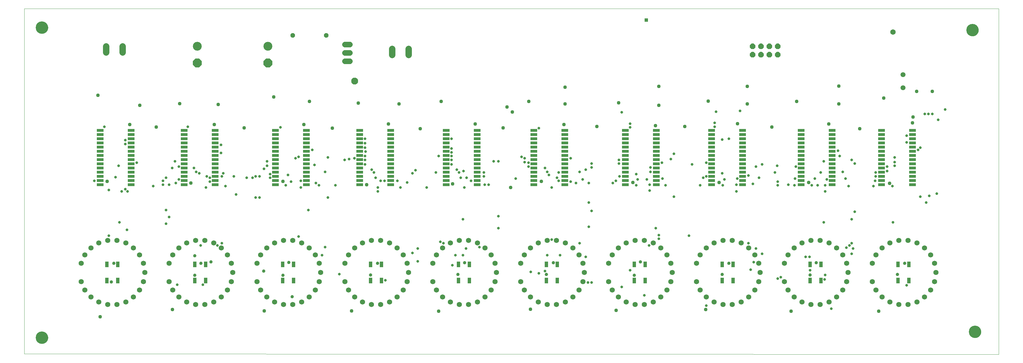
<source format=gts>
G75*
%MOIN*%
%OFA0B0*%
%FSLAX25Y25*%
%IPPOS*%
%LPD*%
%AMOC8*
5,1,8,0,0,1.08239X$1,22.5*
%
%ADD10C,0.00000*%
%ADD11R,0.08474X0.03600*%
%ADD12C,0.06200*%
%ADD13OC8,0.05400*%
%ADD14C,0.10600*%
%ADD15OC8,0.10600*%
%ADD16C,0.06600*%
%ADD17C,0.07650*%
%ADD18R,0.04143X0.06506*%
%ADD19C,0.14773*%
%ADD20OC8,0.06600*%
%ADD21C,0.04362*%
%ADD22C,0.03300*%
%ADD23C,0.08277*%
%ADD24C,0.03969*%
%ADD25C,0.05915*%
%ADD26C,0.06506*%
%ADD27R,0.04362X0.04362*%
D10*
X0001500Y0002000D02*
X0001500Y0415201D01*
X1165421Y0415201D01*
X1165421Y0001500D01*
X0001500Y0002000D01*
X0015413Y0021500D02*
X0015415Y0021674D01*
X0015422Y0021848D01*
X0015432Y0022021D01*
X0015447Y0022195D01*
X0015466Y0022368D01*
X0015490Y0022540D01*
X0015517Y0022712D01*
X0015549Y0022883D01*
X0015585Y0023053D01*
X0015625Y0023222D01*
X0015670Y0023390D01*
X0015718Y0023557D01*
X0015771Y0023723D01*
X0015827Y0023888D01*
X0015888Y0024051D01*
X0015952Y0024212D01*
X0016021Y0024372D01*
X0016093Y0024530D01*
X0016170Y0024686D01*
X0016250Y0024841D01*
X0016334Y0024993D01*
X0016421Y0025143D01*
X0016513Y0025292D01*
X0016607Y0025437D01*
X0016706Y0025581D01*
X0016808Y0025722D01*
X0016913Y0025860D01*
X0017022Y0025996D01*
X0017134Y0026129D01*
X0017249Y0026259D01*
X0017367Y0026387D01*
X0017489Y0026511D01*
X0017613Y0026633D01*
X0017741Y0026751D01*
X0017871Y0026866D01*
X0018004Y0026978D01*
X0018140Y0027087D01*
X0018278Y0027192D01*
X0018419Y0027294D01*
X0018563Y0027393D01*
X0018708Y0027487D01*
X0018857Y0027579D01*
X0019007Y0027666D01*
X0019159Y0027750D01*
X0019314Y0027830D01*
X0019470Y0027907D01*
X0019628Y0027979D01*
X0019788Y0028048D01*
X0019949Y0028112D01*
X0020112Y0028173D01*
X0020277Y0028229D01*
X0020443Y0028282D01*
X0020610Y0028330D01*
X0020778Y0028375D01*
X0020947Y0028415D01*
X0021117Y0028451D01*
X0021288Y0028483D01*
X0021460Y0028510D01*
X0021632Y0028534D01*
X0021805Y0028553D01*
X0021979Y0028568D01*
X0022152Y0028578D01*
X0022326Y0028585D01*
X0022500Y0028587D01*
X0022674Y0028585D01*
X0022848Y0028578D01*
X0023021Y0028568D01*
X0023195Y0028553D01*
X0023368Y0028534D01*
X0023540Y0028510D01*
X0023712Y0028483D01*
X0023883Y0028451D01*
X0024053Y0028415D01*
X0024222Y0028375D01*
X0024390Y0028330D01*
X0024557Y0028282D01*
X0024723Y0028229D01*
X0024888Y0028173D01*
X0025051Y0028112D01*
X0025212Y0028048D01*
X0025372Y0027979D01*
X0025530Y0027907D01*
X0025686Y0027830D01*
X0025841Y0027750D01*
X0025993Y0027666D01*
X0026143Y0027579D01*
X0026292Y0027487D01*
X0026437Y0027393D01*
X0026581Y0027294D01*
X0026722Y0027192D01*
X0026860Y0027087D01*
X0026996Y0026978D01*
X0027129Y0026866D01*
X0027259Y0026751D01*
X0027387Y0026633D01*
X0027511Y0026511D01*
X0027633Y0026387D01*
X0027751Y0026259D01*
X0027866Y0026129D01*
X0027978Y0025996D01*
X0028087Y0025860D01*
X0028192Y0025722D01*
X0028294Y0025581D01*
X0028393Y0025437D01*
X0028487Y0025292D01*
X0028579Y0025143D01*
X0028666Y0024993D01*
X0028750Y0024841D01*
X0028830Y0024686D01*
X0028907Y0024530D01*
X0028979Y0024372D01*
X0029048Y0024212D01*
X0029112Y0024051D01*
X0029173Y0023888D01*
X0029229Y0023723D01*
X0029282Y0023557D01*
X0029330Y0023390D01*
X0029375Y0023222D01*
X0029415Y0023053D01*
X0029451Y0022883D01*
X0029483Y0022712D01*
X0029510Y0022540D01*
X0029534Y0022368D01*
X0029553Y0022195D01*
X0029568Y0022021D01*
X0029578Y0021848D01*
X0029585Y0021674D01*
X0029587Y0021500D01*
X0029585Y0021326D01*
X0029578Y0021152D01*
X0029568Y0020979D01*
X0029553Y0020805D01*
X0029534Y0020632D01*
X0029510Y0020460D01*
X0029483Y0020288D01*
X0029451Y0020117D01*
X0029415Y0019947D01*
X0029375Y0019778D01*
X0029330Y0019610D01*
X0029282Y0019443D01*
X0029229Y0019277D01*
X0029173Y0019112D01*
X0029112Y0018949D01*
X0029048Y0018788D01*
X0028979Y0018628D01*
X0028907Y0018470D01*
X0028830Y0018314D01*
X0028750Y0018159D01*
X0028666Y0018007D01*
X0028579Y0017857D01*
X0028487Y0017708D01*
X0028393Y0017563D01*
X0028294Y0017419D01*
X0028192Y0017278D01*
X0028087Y0017140D01*
X0027978Y0017004D01*
X0027866Y0016871D01*
X0027751Y0016741D01*
X0027633Y0016613D01*
X0027511Y0016489D01*
X0027387Y0016367D01*
X0027259Y0016249D01*
X0027129Y0016134D01*
X0026996Y0016022D01*
X0026860Y0015913D01*
X0026722Y0015808D01*
X0026581Y0015706D01*
X0026437Y0015607D01*
X0026292Y0015513D01*
X0026143Y0015421D01*
X0025993Y0015334D01*
X0025841Y0015250D01*
X0025686Y0015170D01*
X0025530Y0015093D01*
X0025372Y0015021D01*
X0025212Y0014952D01*
X0025051Y0014888D01*
X0024888Y0014827D01*
X0024723Y0014771D01*
X0024557Y0014718D01*
X0024390Y0014670D01*
X0024222Y0014625D01*
X0024053Y0014585D01*
X0023883Y0014549D01*
X0023712Y0014517D01*
X0023540Y0014490D01*
X0023368Y0014466D01*
X0023195Y0014447D01*
X0023021Y0014432D01*
X0022848Y0014422D01*
X0022674Y0014415D01*
X0022500Y0014413D01*
X0022326Y0014415D01*
X0022152Y0014422D01*
X0021979Y0014432D01*
X0021805Y0014447D01*
X0021632Y0014466D01*
X0021460Y0014490D01*
X0021288Y0014517D01*
X0021117Y0014549D01*
X0020947Y0014585D01*
X0020778Y0014625D01*
X0020610Y0014670D01*
X0020443Y0014718D01*
X0020277Y0014771D01*
X0020112Y0014827D01*
X0019949Y0014888D01*
X0019788Y0014952D01*
X0019628Y0015021D01*
X0019470Y0015093D01*
X0019314Y0015170D01*
X0019159Y0015250D01*
X0019007Y0015334D01*
X0018857Y0015421D01*
X0018708Y0015513D01*
X0018563Y0015607D01*
X0018419Y0015706D01*
X0018278Y0015808D01*
X0018140Y0015913D01*
X0018004Y0016022D01*
X0017871Y0016134D01*
X0017741Y0016249D01*
X0017613Y0016367D01*
X0017489Y0016489D01*
X0017367Y0016613D01*
X0017249Y0016741D01*
X0017134Y0016871D01*
X0017022Y0017004D01*
X0016913Y0017140D01*
X0016808Y0017278D01*
X0016706Y0017419D01*
X0016607Y0017563D01*
X0016513Y0017708D01*
X0016421Y0017857D01*
X0016334Y0018007D01*
X0016250Y0018159D01*
X0016170Y0018314D01*
X0016093Y0018470D01*
X0016021Y0018628D01*
X0015952Y0018788D01*
X0015888Y0018949D01*
X0015827Y0019112D01*
X0015771Y0019277D01*
X0015718Y0019443D01*
X0015670Y0019610D01*
X0015625Y0019778D01*
X0015585Y0019947D01*
X0015549Y0020117D01*
X0015517Y0020288D01*
X0015490Y0020460D01*
X0015466Y0020632D01*
X0015447Y0020805D01*
X0015432Y0020979D01*
X0015422Y0021152D01*
X0015415Y0021326D01*
X0015413Y0021500D01*
X0015413Y0392500D02*
X0015415Y0392674D01*
X0015422Y0392848D01*
X0015432Y0393021D01*
X0015447Y0393195D01*
X0015466Y0393368D01*
X0015490Y0393540D01*
X0015517Y0393712D01*
X0015549Y0393883D01*
X0015585Y0394053D01*
X0015625Y0394222D01*
X0015670Y0394390D01*
X0015718Y0394557D01*
X0015771Y0394723D01*
X0015827Y0394888D01*
X0015888Y0395051D01*
X0015952Y0395212D01*
X0016021Y0395372D01*
X0016093Y0395530D01*
X0016170Y0395686D01*
X0016250Y0395841D01*
X0016334Y0395993D01*
X0016421Y0396143D01*
X0016513Y0396292D01*
X0016607Y0396437D01*
X0016706Y0396581D01*
X0016808Y0396722D01*
X0016913Y0396860D01*
X0017022Y0396996D01*
X0017134Y0397129D01*
X0017249Y0397259D01*
X0017367Y0397387D01*
X0017489Y0397511D01*
X0017613Y0397633D01*
X0017741Y0397751D01*
X0017871Y0397866D01*
X0018004Y0397978D01*
X0018140Y0398087D01*
X0018278Y0398192D01*
X0018419Y0398294D01*
X0018563Y0398393D01*
X0018708Y0398487D01*
X0018857Y0398579D01*
X0019007Y0398666D01*
X0019159Y0398750D01*
X0019314Y0398830D01*
X0019470Y0398907D01*
X0019628Y0398979D01*
X0019788Y0399048D01*
X0019949Y0399112D01*
X0020112Y0399173D01*
X0020277Y0399229D01*
X0020443Y0399282D01*
X0020610Y0399330D01*
X0020778Y0399375D01*
X0020947Y0399415D01*
X0021117Y0399451D01*
X0021288Y0399483D01*
X0021460Y0399510D01*
X0021632Y0399534D01*
X0021805Y0399553D01*
X0021979Y0399568D01*
X0022152Y0399578D01*
X0022326Y0399585D01*
X0022500Y0399587D01*
X0022674Y0399585D01*
X0022848Y0399578D01*
X0023021Y0399568D01*
X0023195Y0399553D01*
X0023368Y0399534D01*
X0023540Y0399510D01*
X0023712Y0399483D01*
X0023883Y0399451D01*
X0024053Y0399415D01*
X0024222Y0399375D01*
X0024390Y0399330D01*
X0024557Y0399282D01*
X0024723Y0399229D01*
X0024888Y0399173D01*
X0025051Y0399112D01*
X0025212Y0399048D01*
X0025372Y0398979D01*
X0025530Y0398907D01*
X0025686Y0398830D01*
X0025841Y0398750D01*
X0025993Y0398666D01*
X0026143Y0398579D01*
X0026292Y0398487D01*
X0026437Y0398393D01*
X0026581Y0398294D01*
X0026722Y0398192D01*
X0026860Y0398087D01*
X0026996Y0397978D01*
X0027129Y0397866D01*
X0027259Y0397751D01*
X0027387Y0397633D01*
X0027511Y0397511D01*
X0027633Y0397387D01*
X0027751Y0397259D01*
X0027866Y0397129D01*
X0027978Y0396996D01*
X0028087Y0396860D01*
X0028192Y0396722D01*
X0028294Y0396581D01*
X0028393Y0396437D01*
X0028487Y0396292D01*
X0028579Y0396143D01*
X0028666Y0395993D01*
X0028750Y0395841D01*
X0028830Y0395686D01*
X0028907Y0395530D01*
X0028979Y0395372D01*
X0029048Y0395212D01*
X0029112Y0395051D01*
X0029173Y0394888D01*
X0029229Y0394723D01*
X0029282Y0394557D01*
X0029330Y0394390D01*
X0029375Y0394222D01*
X0029415Y0394053D01*
X0029451Y0393883D01*
X0029483Y0393712D01*
X0029510Y0393540D01*
X0029534Y0393368D01*
X0029553Y0393195D01*
X0029568Y0393021D01*
X0029578Y0392848D01*
X0029585Y0392674D01*
X0029587Y0392500D01*
X0029585Y0392326D01*
X0029578Y0392152D01*
X0029568Y0391979D01*
X0029553Y0391805D01*
X0029534Y0391632D01*
X0029510Y0391460D01*
X0029483Y0391288D01*
X0029451Y0391117D01*
X0029415Y0390947D01*
X0029375Y0390778D01*
X0029330Y0390610D01*
X0029282Y0390443D01*
X0029229Y0390277D01*
X0029173Y0390112D01*
X0029112Y0389949D01*
X0029048Y0389788D01*
X0028979Y0389628D01*
X0028907Y0389470D01*
X0028830Y0389314D01*
X0028750Y0389159D01*
X0028666Y0389007D01*
X0028579Y0388857D01*
X0028487Y0388708D01*
X0028393Y0388563D01*
X0028294Y0388419D01*
X0028192Y0388278D01*
X0028087Y0388140D01*
X0027978Y0388004D01*
X0027866Y0387871D01*
X0027751Y0387741D01*
X0027633Y0387613D01*
X0027511Y0387489D01*
X0027387Y0387367D01*
X0027259Y0387249D01*
X0027129Y0387134D01*
X0026996Y0387022D01*
X0026860Y0386913D01*
X0026722Y0386808D01*
X0026581Y0386706D01*
X0026437Y0386607D01*
X0026292Y0386513D01*
X0026143Y0386421D01*
X0025993Y0386334D01*
X0025841Y0386250D01*
X0025686Y0386170D01*
X0025530Y0386093D01*
X0025372Y0386021D01*
X0025212Y0385952D01*
X0025051Y0385888D01*
X0024888Y0385827D01*
X0024723Y0385771D01*
X0024557Y0385718D01*
X0024390Y0385670D01*
X0024222Y0385625D01*
X0024053Y0385585D01*
X0023883Y0385549D01*
X0023712Y0385517D01*
X0023540Y0385490D01*
X0023368Y0385466D01*
X0023195Y0385447D01*
X0023021Y0385432D01*
X0022848Y0385422D01*
X0022674Y0385415D01*
X0022500Y0385413D01*
X0022326Y0385415D01*
X0022152Y0385422D01*
X0021979Y0385432D01*
X0021805Y0385447D01*
X0021632Y0385466D01*
X0021460Y0385490D01*
X0021288Y0385517D01*
X0021117Y0385549D01*
X0020947Y0385585D01*
X0020778Y0385625D01*
X0020610Y0385670D01*
X0020443Y0385718D01*
X0020277Y0385771D01*
X0020112Y0385827D01*
X0019949Y0385888D01*
X0019788Y0385952D01*
X0019628Y0386021D01*
X0019470Y0386093D01*
X0019314Y0386170D01*
X0019159Y0386250D01*
X0019007Y0386334D01*
X0018857Y0386421D01*
X0018708Y0386513D01*
X0018563Y0386607D01*
X0018419Y0386706D01*
X0018278Y0386808D01*
X0018140Y0386913D01*
X0018004Y0387022D01*
X0017871Y0387134D01*
X0017741Y0387249D01*
X0017613Y0387367D01*
X0017489Y0387489D01*
X0017367Y0387613D01*
X0017249Y0387741D01*
X0017134Y0387871D01*
X0017022Y0388004D01*
X0016913Y0388140D01*
X0016808Y0388278D01*
X0016706Y0388419D01*
X0016607Y0388563D01*
X0016513Y0388708D01*
X0016421Y0388857D01*
X0016334Y0389007D01*
X0016250Y0389159D01*
X0016170Y0389314D01*
X0016093Y0389470D01*
X0016021Y0389628D01*
X0015952Y0389788D01*
X0015888Y0389949D01*
X0015827Y0390112D01*
X0015771Y0390277D01*
X0015718Y0390443D01*
X0015670Y0390610D01*
X0015625Y0390778D01*
X0015585Y0390947D01*
X0015549Y0391117D01*
X0015517Y0391288D01*
X0015490Y0391460D01*
X0015466Y0391632D01*
X0015447Y0391805D01*
X0015432Y0391979D01*
X0015422Y0392152D01*
X0015415Y0392326D01*
X0015413Y0392500D01*
X1126913Y0389500D02*
X1126915Y0389674D01*
X1126922Y0389848D01*
X1126932Y0390021D01*
X1126947Y0390195D01*
X1126966Y0390368D01*
X1126990Y0390540D01*
X1127017Y0390712D01*
X1127049Y0390883D01*
X1127085Y0391053D01*
X1127125Y0391222D01*
X1127170Y0391390D01*
X1127218Y0391557D01*
X1127271Y0391723D01*
X1127327Y0391888D01*
X1127388Y0392051D01*
X1127452Y0392212D01*
X1127521Y0392372D01*
X1127593Y0392530D01*
X1127670Y0392686D01*
X1127750Y0392841D01*
X1127834Y0392993D01*
X1127921Y0393143D01*
X1128013Y0393292D01*
X1128107Y0393437D01*
X1128206Y0393581D01*
X1128308Y0393722D01*
X1128413Y0393860D01*
X1128522Y0393996D01*
X1128634Y0394129D01*
X1128749Y0394259D01*
X1128867Y0394387D01*
X1128989Y0394511D01*
X1129113Y0394633D01*
X1129241Y0394751D01*
X1129371Y0394866D01*
X1129504Y0394978D01*
X1129640Y0395087D01*
X1129778Y0395192D01*
X1129919Y0395294D01*
X1130063Y0395393D01*
X1130208Y0395487D01*
X1130357Y0395579D01*
X1130507Y0395666D01*
X1130659Y0395750D01*
X1130814Y0395830D01*
X1130970Y0395907D01*
X1131128Y0395979D01*
X1131288Y0396048D01*
X1131449Y0396112D01*
X1131612Y0396173D01*
X1131777Y0396229D01*
X1131943Y0396282D01*
X1132110Y0396330D01*
X1132278Y0396375D01*
X1132447Y0396415D01*
X1132617Y0396451D01*
X1132788Y0396483D01*
X1132960Y0396510D01*
X1133132Y0396534D01*
X1133305Y0396553D01*
X1133479Y0396568D01*
X1133652Y0396578D01*
X1133826Y0396585D01*
X1134000Y0396587D01*
X1134174Y0396585D01*
X1134348Y0396578D01*
X1134521Y0396568D01*
X1134695Y0396553D01*
X1134868Y0396534D01*
X1135040Y0396510D01*
X1135212Y0396483D01*
X1135383Y0396451D01*
X1135553Y0396415D01*
X1135722Y0396375D01*
X1135890Y0396330D01*
X1136057Y0396282D01*
X1136223Y0396229D01*
X1136388Y0396173D01*
X1136551Y0396112D01*
X1136712Y0396048D01*
X1136872Y0395979D01*
X1137030Y0395907D01*
X1137186Y0395830D01*
X1137341Y0395750D01*
X1137493Y0395666D01*
X1137643Y0395579D01*
X1137792Y0395487D01*
X1137937Y0395393D01*
X1138081Y0395294D01*
X1138222Y0395192D01*
X1138360Y0395087D01*
X1138496Y0394978D01*
X1138629Y0394866D01*
X1138759Y0394751D01*
X1138887Y0394633D01*
X1139011Y0394511D01*
X1139133Y0394387D01*
X1139251Y0394259D01*
X1139366Y0394129D01*
X1139478Y0393996D01*
X1139587Y0393860D01*
X1139692Y0393722D01*
X1139794Y0393581D01*
X1139893Y0393437D01*
X1139987Y0393292D01*
X1140079Y0393143D01*
X1140166Y0392993D01*
X1140250Y0392841D01*
X1140330Y0392686D01*
X1140407Y0392530D01*
X1140479Y0392372D01*
X1140548Y0392212D01*
X1140612Y0392051D01*
X1140673Y0391888D01*
X1140729Y0391723D01*
X1140782Y0391557D01*
X1140830Y0391390D01*
X1140875Y0391222D01*
X1140915Y0391053D01*
X1140951Y0390883D01*
X1140983Y0390712D01*
X1141010Y0390540D01*
X1141034Y0390368D01*
X1141053Y0390195D01*
X1141068Y0390021D01*
X1141078Y0389848D01*
X1141085Y0389674D01*
X1141087Y0389500D01*
X1141085Y0389326D01*
X1141078Y0389152D01*
X1141068Y0388979D01*
X1141053Y0388805D01*
X1141034Y0388632D01*
X1141010Y0388460D01*
X1140983Y0388288D01*
X1140951Y0388117D01*
X1140915Y0387947D01*
X1140875Y0387778D01*
X1140830Y0387610D01*
X1140782Y0387443D01*
X1140729Y0387277D01*
X1140673Y0387112D01*
X1140612Y0386949D01*
X1140548Y0386788D01*
X1140479Y0386628D01*
X1140407Y0386470D01*
X1140330Y0386314D01*
X1140250Y0386159D01*
X1140166Y0386007D01*
X1140079Y0385857D01*
X1139987Y0385708D01*
X1139893Y0385563D01*
X1139794Y0385419D01*
X1139692Y0385278D01*
X1139587Y0385140D01*
X1139478Y0385004D01*
X1139366Y0384871D01*
X1139251Y0384741D01*
X1139133Y0384613D01*
X1139011Y0384489D01*
X1138887Y0384367D01*
X1138759Y0384249D01*
X1138629Y0384134D01*
X1138496Y0384022D01*
X1138360Y0383913D01*
X1138222Y0383808D01*
X1138081Y0383706D01*
X1137937Y0383607D01*
X1137792Y0383513D01*
X1137643Y0383421D01*
X1137493Y0383334D01*
X1137341Y0383250D01*
X1137186Y0383170D01*
X1137030Y0383093D01*
X1136872Y0383021D01*
X1136712Y0382952D01*
X1136551Y0382888D01*
X1136388Y0382827D01*
X1136223Y0382771D01*
X1136057Y0382718D01*
X1135890Y0382670D01*
X1135722Y0382625D01*
X1135553Y0382585D01*
X1135383Y0382549D01*
X1135212Y0382517D01*
X1135040Y0382490D01*
X1134868Y0382466D01*
X1134695Y0382447D01*
X1134521Y0382432D01*
X1134348Y0382422D01*
X1134174Y0382415D01*
X1134000Y0382413D01*
X1133826Y0382415D01*
X1133652Y0382422D01*
X1133479Y0382432D01*
X1133305Y0382447D01*
X1133132Y0382466D01*
X1132960Y0382490D01*
X1132788Y0382517D01*
X1132617Y0382549D01*
X1132447Y0382585D01*
X1132278Y0382625D01*
X1132110Y0382670D01*
X1131943Y0382718D01*
X1131777Y0382771D01*
X1131612Y0382827D01*
X1131449Y0382888D01*
X1131288Y0382952D01*
X1131128Y0383021D01*
X1130970Y0383093D01*
X1130814Y0383170D01*
X1130659Y0383250D01*
X1130507Y0383334D01*
X1130357Y0383421D01*
X1130208Y0383513D01*
X1130063Y0383607D01*
X1129919Y0383706D01*
X1129778Y0383808D01*
X1129640Y0383913D01*
X1129504Y0384022D01*
X1129371Y0384134D01*
X1129241Y0384249D01*
X1129113Y0384367D01*
X1128989Y0384489D01*
X1128867Y0384613D01*
X1128749Y0384741D01*
X1128634Y0384871D01*
X1128522Y0385004D01*
X1128413Y0385140D01*
X1128308Y0385278D01*
X1128206Y0385419D01*
X1128107Y0385563D01*
X1128013Y0385708D01*
X1127921Y0385857D01*
X1127834Y0386007D01*
X1127750Y0386159D01*
X1127670Y0386314D01*
X1127593Y0386470D01*
X1127521Y0386628D01*
X1127452Y0386788D01*
X1127388Y0386949D01*
X1127327Y0387112D01*
X1127271Y0387277D01*
X1127218Y0387443D01*
X1127170Y0387610D01*
X1127125Y0387778D01*
X1127085Y0387947D01*
X1127049Y0388117D01*
X1127017Y0388288D01*
X1126990Y0388460D01*
X1126966Y0388632D01*
X1126947Y0388805D01*
X1126932Y0388979D01*
X1126922Y0389152D01*
X1126915Y0389326D01*
X1126913Y0389500D01*
X1129913Y0028500D02*
X1129915Y0028674D01*
X1129922Y0028848D01*
X1129932Y0029021D01*
X1129947Y0029195D01*
X1129966Y0029368D01*
X1129990Y0029540D01*
X1130017Y0029712D01*
X1130049Y0029883D01*
X1130085Y0030053D01*
X1130125Y0030222D01*
X1130170Y0030390D01*
X1130218Y0030557D01*
X1130271Y0030723D01*
X1130327Y0030888D01*
X1130388Y0031051D01*
X1130452Y0031212D01*
X1130521Y0031372D01*
X1130593Y0031530D01*
X1130670Y0031686D01*
X1130750Y0031841D01*
X1130834Y0031993D01*
X1130921Y0032143D01*
X1131013Y0032292D01*
X1131107Y0032437D01*
X1131206Y0032581D01*
X1131308Y0032722D01*
X1131413Y0032860D01*
X1131522Y0032996D01*
X1131634Y0033129D01*
X1131749Y0033259D01*
X1131867Y0033387D01*
X1131989Y0033511D01*
X1132113Y0033633D01*
X1132241Y0033751D01*
X1132371Y0033866D01*
X1132504Y0033978D01*
X1132640Y0034087D01*
X1132778Y0034192D01*
X1132919Y0034294D01*
X1133063Y0034393D01*
X1133208Y0034487D01*
X1133357Y0034579D01*
X1133507Y0034666D01*
X1133659Y0034750D01*
X1133814Y0034830D01*
X1133970Y0034907D01*
X1134128Y0034979D01*
X1134288Y0035048D01*
X1134449Y0035112D01*
X1134612Y0035173D01*
X1134777Y0035229D01*
X1134943Y0035282D01*
X1135110Y0035330D01*
X1135278Y0035375D01*
X1135447Y0035415D01*
X1135617Y0035451D01*
X1135788Y0035483D01*
X1135960Y0035510D01*
X1136132Y0035534D01*
X1136305Y0035553D01*
X1136479Y0035568D01*
X1136652Y0035578D01*
X1136826Y0035585D01*
X1137000Y0035587D01*
X1137174Y0035585D01*
X1137348Y0035578D01*
X1137521Y0035568D01*
X1137695Y0035553D01*
X1137868Y0035534D01*
X1138040Y0035510D01*
X1138212Y0035483D01*
X1138383Y0035451D01*
X1138553Y0035415D01*
X1138722Y0035375D01*
X1138890Y0035330D01*
X1139057Y0035282D01*
X1139223Y0035229D01*
X1139388Y0035173D01*
X1139551Y0035112D01*
X1139712Y0035048D01*
X1139872Y0034979D01*
X1140030Y0034907D01*
X1140186Y0034830D01*
X1140341Y0034750D01*
X1140493Y0034666D01*
X1140643Y0034579D01*
X1140792Y0034487D01*
X1140937Y0034393D01*
X1141081Y0034294D01*
X1141222Y0034192D01*
X1141360Y0034087D01*
X1141496Y0033978D01*
X1141629Y0033866D01*
X1141759Y0033751D01*
X1141887Y0033633D01*
X1142011Y0033511D01*
X1142133Y0033387D01*
X1142251Y0033259D01*
X1142366Y0033129D01*
X1142478Y0032996D01*
X1142587Y0032860D01*
X1142692Y0032722D01*
X1142794Y0032581D01*
X1142893Y0032437D01*
X1142987Y0032292D01*
X1143079Y0032143D01*
X1143166Y0031993D01*
X1143250Y0031841D01*
X1143330Y0031686D01*
X1143407Y0031530D01*
X1143479Y0031372D01*
X1143548Y0031212D01*
X1143612Y0031051D01*
X1143673Y0030888D01*
X1143729Y0030723D01*
X1143782Y0030557D01*
X1143830Y0030390D01*
X1143875Y0030222D01*
X1143915Y0030053D01*
X1143951Y0029883D01*
X1143983Y0029712D01*
X1144010Y0029540D01*
X1144034Y0029368D01*
X1144053Y0029195D01*
X1144068Y0029021D01*
X1144078Y0028848D01*
X1144085Y0028674D01*
X1144087Y0028500D01*
X1144085Y0028326D01*
X1144078Y0028152D01*
X1144068Y0027979D01*
X1144053Y0027805D01*
X1144034Y0027632D01*
X1144010Y0027460D01*
X1143983Y0027288D01*
X1143951Y0027117D01*
X1143915Y0026947D01*
X1143875Y0026778D01*
X1143830Y0026610D01*
X1143782Y0026443D01*
X1143729Y0026277D01*
X1143673Y0026112D01*
X1143612Y0025949D01*
X1143548Y0025788D01*
X1143479Y0025628D01*
X1143407Y0025470D01*
X1143330Y0025314D01*
X1143250Y0025159D01*
X1143166Y0025007D01*
X1143079Y0024857D01*
X1142987Y0024708D01*
X1142893Y0024563D01*
X1142794Y0024419D01*
X1142692Y0024278D01*
X1142587Y0024140D01*
X1142478Y0024004D01*
X1142366Y0023871D01*
X1142251Y0023741D01*
X1142133Y0023613D01*
X1142011Y0023489D01*
X1141887Y0023367D01*
X1141759Y0023249D01*
X1141629Y0023134D01*
X1141496Y0023022D01*
X1141360Y0022913D01*
X1141222Y0022808D01*
X1141081Y0022706D01*
X1140937Y0022607D01*
X1140792Y0022513D01*
X1140643Y0022421D01*
X1140493Y0022334D01*
X1140341Y0022250D01*
X1140186Y0022170D01*
X1140030Y0022093D01*
X1139872Y0022021D01*
X1139712Y0021952D01*
X1139551Y0021888D01*
X1139388Y0021827D01*
X1139223Y0021771D01*
X1139057Y0021718D01*
X1138890Y0021670D01*
X1138722Y0021625D01*
X1138553Y0021585D01*
X1138383Y0021549D01*
X1138212Y0021517D01*
X1138040Y0021490D01*
X1137868Y0021466D01*
X1137695Y0021447D01*
X1137521Y0021432D01*
X1137348Y0021422D01*
X1137174Y0021415D01*
X1137000Y0021413D01*
X1136826Y0021415D01*
X1136652Y0021422D01*
X1136479Y0021432D01*
X1136305Y0021447D01*
X1136132Y0021466D01*
X1135960Y0021490D01*
X1135788Y0021517D01*
X1135617Y0021549D01*
X1135447Y0021585D01*
X1135278Y0021625D01*
X1135110Y0021670D01*
X1134943Y0021718D01*
X1134777Y0021771D01*
X1134612Y0021827D01*
X1134449Y0021888D01*
X1134288Y0021952D01*
X1134128Y0022021D01*
X1133970Y0022093D01*
X1133814Y0022170D01*
X1133659Y0022250D01*
X1133507Y0022334D01*
X1133357Y0022421D01*
X1133208Y0022513D01*
X1133063Y0022607D01*
X1132919Y0022706D01*
X1132778Y0022808D01*
X1132640Y0022913D01*
X1132504Y0023022D01*
X1132371Y0023134D01*
X1132241Y0023249D01*
X1132113Y0023367D01*
X1131989Y0023489D01*
X1131867Y0023613D01*
X1131749Y0023741D01*
X1131634Y0023871D01*
X1131522Y0024004D01*
X1131413Y0024140D01*
X1131308Y0024278D01*
X1131206Y0024419D01*
X1131107Y0024563D01*
X1131013Y0024708D01*
X1130921Y0024857D01*
X1130834Y0025007D01*
X1130750Y0025159D01*
X1130670Y0025314D01*
X1130593Y0025470D01*
X1130521Y0025628D01*
X1130452Y0025788D01*
X1130388Y0025949D01*
X1130327Y0026112D01*
X1130271Y0026277D01*
X1130218Y0026443D01*
X1130170Y0026610D01*
X1130125Y0026778D01*
X1130085Y0026947D01*
X1130049Y0027117D01*
X1130017Y0027288D01*
X1129990Y0027460D01*
X1129966Y0027632D01*
X1129947Y0027805D01*
X1129932Y0027979D01*
X1129922Y0028152D01*
X1129915Y0028326D01*
X1129913Y0028500D01*
D11*
X1062504Y0204500D03*
X1062504Y0209500D03*
X1062504Y0214500D03*
X1062504Y0219500D03*
X1062504Y0224500D03*
X1062504Y0229500D03*
X1062504Y0234500D03*
X1062504Y0239500D03*
X1062504Y0244500D03*
X1062504Y0249500D03*
X1062504Y0254500D03*
X1062504Y0259500D03*
X1062504Y0264500D03*
X1062504Y0269500D03*
X1025496Y0269500D03*
X1025496Y0264500D03*
X1025496Y0259500D03*
X1025496Y0254500D03*
X1025496Y0249500D03*
X1025496Y0244500D03*
X1025496Y0239500D03*
X1025496Y0234500D03*
X1025496Y0229500D03*
X1025496Y0224500D03*
X1025496Y0219500D03*
X1025496Y0214500D03*
X1025496Y0209500D03*
X1025496Y0204500D03*
X0966504Y0204500D03*
X0966504Y0209500D03*
X0966504Y0214500D03*
X0966504Y0219500D03*
X0966504Y0224500D03*
X0966504Y0229500D03*
X0966504Y0234500D03*
X0966504Y0239500D03*
X0966504Y0244500D03*
X0966504Y0249500D03*
X0966504Y0254500D03*
X0966504Y0259500D03*
X0966504Y0264500D03*
X0966504Y0269500D03*
X0929496Y0269500D03*
X0929496Y0264500D03*
X0929496Y0259500D03*
X0929496Y0254500D03*
X0929496Y0249500D03*
X0929496Y0244500D03*
X0929496Y0239500D03*
X0929496Y0234500D03*
X0929496Y0229500D03*
X0929496Y0224500D03*
X0929496Y0219500D03*
X0929496Y0214500D03*
X0929496Y0209500D03*
X0929496Y0204500D03*
X0859504Y0204500D03*
X0859504Y0209500D03*
X0859504Y0214500D03*
X0859504Y0219500D03*
X0859504Y0224500D03*
X0859504Y0229500D03*
X0859504Y0234500D03*
X0859504Y0239500D03*
X0859504Y0244500D03*
X0859504Y0249500D03*
X0859504Y0254500D03*
X0859504Y0259500D03*
X0859504Y0264500D03*
X0859504Y0269500D03*
X0822496Y0269500D03*
X0822496Y0264500D03*
X0822496Y0259500D03*
X0822496Y0254500D03*
X0822496Y0249500D03*
X0822496Y0244500D03*
X0822496Y0239500D03*
X0822496Y0234500D03*
X0822496Y0229500D03*
X0822496Y0224500D03*
X0822496Y0219500D03*
X0822496Y0214500D03*
X0822496Y0209500D03*
X0822496Y0204500D03*
X0756504Y0204500D03*
X0756504Y0209500D03*
X0756504Y0214500D03*
X0756504Y0219500D03*
X0756504Y0224500D03*
X0756504Y0229500D03*
X0756504Y0234500D03*
X0756504Y0239500D03*
X0756504Y0244500D03*
X0756504Y0249500D03*
X0756504Y0254500D03*
X0756504Y0259500D03*
X0756504Y0264500D03*
X0756504Y0269500D03*
X0719496Y0269500D03*
X0719496Y0264500D03*
X0719496Y0259500D03*
X0719496Y0254500D03*
X0719496Y0249500D03*
X0719496Y0244500D03*
X0719496Y0239500D03*
X0719496Y0234500D03*
X0719496Y0229500D03*
X0719496Y0224500D03*
X0719496Y0219500D03*
X0719496Y0214500D03*
X0719496Y0209500D03*
X0719496Y0204500D03*
X0647004Y0204500D03*
X0647004Y0209500D03*
X0647004Y0214500D03*
X0647004Y0219500D03*
X0647004Y0224500D03*
X0647004Y0229500D03*
X0647004Y0234500D03*
X0647004Y0239500D03*
X0647004Y0244500D03*
X0647004Y0249500D03*
X0647004Y0254500D03*
X0647004Y0259500D03*
X0647004Y0264500D03*
X0647004Y0269500D03*
X0609996Y0269500D03*
X0609996Y0264500D03*
X0609996Y0259500D03*
X0609996Y0254500D03*
X0609996Y0249500D03*
X0609996Y0244500D03*
X0609996Y0239500D03*
X0609996Y0234500D03*
X0609996Y0229500D03*
X0609996Y0224500D03*
X0609996Y0219500D03*
X0609996Y0214500D03*
X0609996Y0209500D03*
X0609996Y0204500D03*
X0542504Y0204500D03*
X0542504Y0209500D03*
X0542504Y0214500D03*
X0542504Y0219500D03*
X0542504Y0224500D03*
X0542504Y0229500D03*
X0542504Y0234500D03*
X0542504Y0239500D03*
X0542504Y0244500D03*
X0542504Y0249500D03*
X0542504Y0254500D03*
X0542504Y0259500D03*
X0542504Y0264500D03*
X0542504Y0269500D03*
X0505496Y0269500D03*
X0505496Y0264500D03*
X0505496Y0259500D03*
X0505496Y0254500D03*
X0505496Y0249500D03*
X0505496Y0244500D03*
X0505496Y0239500D03*
X0505496Y0234500D03*
X0505496Y0229500D03*
X0505496Y0224500D03*
X0505496Y0219500D03*
X0505496Y0214500D03*
X0505496Y0209500D03*
X0505496Y0204500D03*
X0439004Y0204500D03*
X0439004Y0209500D03*
X0439004Y0214500D03*
X0439004Y0219500D03*
X0439004Y0224500D03*
X0439004Y0229500D03*
X0439004Y0234500D03*
X0439004Y0239500D03*
X0439004Y0244500D03*
X0439004Y0249500D03*
X0439004Y0254500D03*
X0439004Y0259500D03*
X0439004Y0264500D03*
X0439004Y0269500D03*
X0401996Y0269500D03*
X0401996Y0264500D03*
X0401996Y0259500D03*
X0401996Y0254500D03*
X0401996Y0249500D03*
X0401996Y0244500D03*
X0401996Y0239500D03*
X0401996Y0234500D03*
X0401996Y0229500D03*
X0401996Y0224500D03*
X0401996Y0219500D03*
X0401996Y0214500D03*
X0401996Y0209500D03*
X0401996Y0204500D03*
X0338504Y0204500D03*
X0338504Y0209500D03*
X0338504Y0214500D03*
X0338504Y0219500D03*
X0338504Y0224500D03*
X0338504Y0229500D03*
X0338504Y0234500D03*
X0338504Y0239500D03*
X0338504Y0244500D03*
X0338504Y0249500D03*
X0338504Y0254500D03*
X0338504Y0259500D03*
X0338504Y0264500D03*
X0338504Y0269500D03*
X0301496Y0269500D03*
X0301496Y0264500D03*
X0301496Y0259500D03*
X0301496Y0254500D03*
X0301496Y0249500D03*
X0301496Y0244500D03*
X0301496Y0239500D03*
X0301496Y0234500D03*
X0301496Y0229500D03*
X0301496Y0224500D03*
X0301496Y0219500D03*
X0301496Y0214500D03*
X0301496Y0209500D03*
X0301496Y0204500D03*
X0229504Y0204500D03*
X0229504Y0209500D03*
X0229504Y0214500D03*
X0229504Y0219500D03*
X0229504Y0224500D03*
X0229504Y0229500D03*
X0229504Y0234500D03*
X0229504Y0239500D03*
X0229504Y0244500D03*
X0229504Y0249500D03*
X0229504Y0254500D03*
X0229504Y0259500D03*
X0229504Y0264500D03*
X0229504Y0269500D03*
X0192496Y0269500D03*
X0192496Y0264500D03*
X0192496Y0259500D03*
X0192496Y0254500D03*
X0192496Y0249500D03*
X0192496Y0244500D03*
X0192496Y0239500D03*
X0192496Y0234500D03*
X0192496Y0229500D03*
X0192496Y0224500D03*
X0192496Y0219500D03*
X0192496Y0214500D03*
X0192496Y0209500D03*
X0192496Y0204500D03*
X0129004Y0204500D03*
X0129004Y0209500D03*
X0129004Y0214500D03*
X0129004Y0219500D03*
X0129004Y0224500D03*
X0129004Y0229500D03*
X0129004Y0234500D03*
X0129004Y0239500D03*
X0129004Y0244500D03*
X0129004Y0249500D03*
X0129004Y0254500D03*
X0129004Y0259500D03*
X0129004Y0264500D03*
X0129004Y0269500D03*
X0091996Y0269500D03*
X0091996Y0264500D03*
X0091996Y0259500D03*
X0091996Y0254500D03*
X0091996Y0249500D03*
X0091996Y0244500D03*
X0091996Y0239500D03*
X0091996Y0234500D03*
X0091996Y0229500D03*
X0091996Y0224500D03*
X0091996Y0219500D03*
X0091996Y0214500D03*
X0091996Y0209500D03*
X0091996Y0204500D03*
D12*
X0100981Y0137886D03*
X0112019Y0137886D03*
X0122610Y0134776D03*
X0131896Y0128808D03*
X0139124Y0120467D03*
X0143710Y0110426D03*
X0174290Y0110426D03*
X0178876Y0120467D03*
X0186104Y0128808D03*
X0195390Y0134776D03*
X0205981Y0137886D03*
X0217019Y0137886D03*
X0227610Y0134776D03*
X0236896Y0128808D03*
X0244124Y0120467D03*
X0248710Y0110426D03*
X0279290Y0110426D03*
X0283876Y0120467D03*
X0291104Y0128808D03*
X0300390Y0134776D03*
X0310981Y0137886D03*
X0322019Y0137886D03*
X0332610Y0134776D03*
X0341896Y0128808D03*
X0349124Y0120467D03*
X0353710Y0110426D03*
X0384290Y0110426D03*
X0388876Y0120467D03*
X0396104Y0128808D03*
X0405390Y0134776D03*
X0415981Y0137886D03*
X0427019Y0137886D03*
X0437610Y0134776D03*
X0446896Y0128808D03*
X0454124Y0120467D03*
X0458710Y0110426D03*
X0489290Y0110426D03*
X0493876Y0120467D03*
X0501104Y0128808D03*
X0510390Y0134776D03*
X0520981Y0137886D03*
X0532019Y0137886D03*
X0542610Y0134776D03*
X0551896Y0128808D03*
X0559124Y0120467D03*
X0563710Y0110426D03*
X0594290Y0110426D03*
X0598876Y0120467D03*
X0606104Y0128808D03*
X0615390Y0134776D03*
X0625981Y0137886D03*
X0637019Y0137886D03*
X0647610Y0134776D03*
X0656896Y0128808D03*
X0664124Y0120467D03*
X0668710Y0110426D03*
X0699290Y0110426D03*
X0703876Y0120467D03*
X0711104Y0128808D03*
X0720390Y0134776D03*
X0730981Y0137886D03*
X0742019Y0137886D03*
X0752610Y0134776D03*
X0761896Y0128808D03*
X0769124Y0120467D03*
X0773710Y0110426D03*
X0804290Y0110426D03*
X0808876Y0120467D03*
X0816104Y0128808D03*
X0825390Y0134776D03*
X0835981Y0137886D03*
X0847019Y0137886D03*
X0857610Y0134776D03*
X0866896Y0128808D03*
X0874124Y0120467D03*
X0878710Y0110426D03*
X0909290Y0110426D03*
X0913876Y0120467D03*
X0921104Y0128808D03*
X0930390Y0134776D03*
X0940981Y0137886D03*
X0952019Y0137886D03*
X0962610Y0134776D03*
X0971896Y0128808D03*
X0979124Y0120467D03*
X0983710Y0110426D03*
X1014290Y0110426D03*
X1018876Y0120467D03*
X1026104Y0128808D03*
X1035390Y0134776D03*
X1045981Y0137886D03*
X1057019Y0137886D03*
X1067610Y0134776D03*
X1076896Y0128808D03*
X1084124Y0120467D03*
X1088710Y0110426D03*
X1090281Y0099500D03*
X1088710Y0088574D03*
X1084124Y0078533D03*
X1076896Y0070192D03*
X1067610Y0064224D03*
X1057019Y0061114D03*
X1045981Y0061114D03*
X1035390Y0064224D03*
X1026104Y0070192D03*
X1018876Y0078533D03*
X1014290Y0088574D03*
X0983710Y0088574D03*
X0985281Y0099500D03*
X0979124Y0078533D03*
X0971896Y0070192D03*
X0962610Y0064224D03*
X0952019Y0061114D03*
X0940981Y0061114D03*
X0930390Y0064224D03*
X0921104Y0070192D03*
X0913876Y0078533D03*
X0909290Y0088574D03*
X0878710Y0088574D03*
X0880281Y0099500D03*
X0874124Y0078533D03*
X0866896Y0070192D03*
X0857610Y0064224D03*
X0847019Y0061114D03*
X0835981Y0061114D03*
X0825390Y0064224D03*
X0816104Y0070192D03*
X0808876Y0078533D03*
X0804290Y0088574D03*
X0773710Y0088574D03*
X0775281Y0099500D03*
X0769124Y0078533D03*
X0761896Y0070192D03*
X0752610Y0064224D03*
X0742019Y0061114D03*
X0730981Y0061114D03*
X0720390Y0064224D03*
X0711104Y0070192D03*
X0703876Y0078533D03*
X0699290Y0088574D03*
X0668710Y0088574D03*
X0670281Y0099500D03*
X0664124Y0078533D03*
X0656896Y0070192D03*
X0647610Y0064224D03*
X0637019Y0061114D03*
X0625981Y0061114D03*
X0615390Y0064224D03*
X0606104Y0070192D03*
X0598876Y0078533D03*
X0594290Y0088574D03*
X0563710Y0088574D03*
X0565281Y0099500D03*
X0559124Y0078533D03*
X0551896Y0070192D03*
X0542610Y0064224D03*
X0532019Y0061114D03*
X0520981Y0061114D03*
X0510390Y0064224D03*
X0501104Y0070192D03*
X0493876Y0078533D03*
X0489290Y0088574D03*
X0458710Y0088574D03*
X0460281Y0099500D03*
X0454124Y0078533D03*
X0446896Y0070192D03*
X0437610Y0064224D03*
X0427019Y0061114D03*
X0415981Y0061114D03*
X0405390Y0064224D03*
X0396104Y0070192D03*
X0388876Y0078533D03*
X0384290Y0088574D03*
X0353710Y0088574D03*
X0355281Y0099500D03*
X0349124Y0078533D03*
X0341896Y0070192D03*
X0332610Y0064224D03*
X0322019Y0061114D03*
X0310981Y0061114D03*
X0300390Y0064224D03*
X0291104Y0070192D03*
X0283876Y0078533D03*
X0279290Y0088574D03*
X0248710Y0088574D03*
X0250281Y0099500D03*
X0244124Y0078533D03*
X0236896Y0070192D03*
X0227610Y0064224D03*
X0217019Y0061114D03*
X0205981Y0061114D03*
X0195390Y0064224D03*
X0186104Y0070192D03*
X0178876Y0078533D03*
X0174290Y0088574D03*
X0143710Y0088574D03*
X0145281Y0099500D03*
X0139124Y0078533D03*
X0131896Y0070192D03*
X0122610Y0064224D03*
X0112019Y0061114D03*
X0100981Y0061114D03*
X0090390Y0064224D03*
X0081104Y0070192D03*
X0073876Y0078533D03*
X0069290Y0088574D03*
X0069290Y0110426D03*
X0073876Y0120467D03*
X0081104Y0128808D03*
X0090390Y0134776D03*
D13*
X0322000Y0383000D03*
X0362000Y0383000D03*
D14*
X0292500Y0370000D03*
X0208000Y0370000D03*
D15*
X0208000Y0350000D03*
X0292500Y0350000D03*
D16*
X0384500Y0352000D02*
X0390500Y0352000D01*
X0390500Y0362000D02*
X0384500Y0362000D01*
X0384500Y0372000D02*
X0390500Y0372000D01*
D17*
X0440657Y0367025D02*
X0440657Y0359975D01*
X0460343Y0359975D02*
X0460343Y0367025D01*
X0118843Y0370025D02*
X0118843Y0362975D01*
X0099157Y0362975D02*
X0099157Y0370025D01*
D18*
X0100004Y0109146D03*
X0112996Y0109146D03*
X0112996Y0089854D03*
X0100004Y0089854D03*
X0205004Y0089854D03*
X0217996Y0089854D03*
X0217996Y0109146D03*
X0205004Y0109146D03*
X0310004Y0109146D03*
X0322996Y0109146D03*
X0322996Y0089854D03*
X0310004Y0089854D03*
X0415004Y0089854D03*
X0427996Y0089854D03*
X0427996Y0109146D03*
X0415004Y0109146D03*
X0520004Y0109146D03*
X0532996Y0109146D03*
X0532996Y0089854D03*
X0520004Y0089854D03*
X0625004Y0089854D03*
X0637996Y0089854D03*
X0637996Y0109146D03*
X0625004Y0109146D03*
X0730004Y0109146D03*
X0742996Y0109146D03*
X0742996Y0089854D03*
X0730004Y0089854D03*
X0835004Y0089854D03*
X0847996Y0089854D03*
X0847996Y0109146D03*
X0835004Y0109146D03*
X0940004Y0109146D03*
X0952996Y0109146D03*
X0952996Y0089854D03*
X0940004Y0089854D03*
X1045004Y0089854D03*
X1057996Y0089854D03*
X1057996Y0109146D03*
X1045004Y0109146D03*
D19*
X1137000Y0028500D03*
X1134000Y0389500D03*
X0022500Y0392500D03*
X0022500Y0021500D03*
D20*
X0871500Y0360000D03*
X0881500Y0360000D03*
X0891500Y0360000D03*
X0901500Y0360000D03*
X0901500Y0370000D03*
X0891500Y0370000D03*
X0881500Y0370000D03*
X0871500Y0370000D03*
D21*
X0865000Y0322000D03*
X0818500Y0304500D03*
X0865000Y0301000D03*
X0924000Y0304000D03*
X0974500Y0301000D03*
X0974500Y0322500D03*
X1028000Y0308000D03*
X1067500Y0316000D03*
X1086000Y0316000D03*
X1063000Y0285500D03*
X1062500Y0278500D03*
X0999500Y0271500D03*
X0962500Y0277000D03*
X0894500Y0273500D03*
X0853500Y0277500D03*
X0790500Y0274000D03*
X0755500Y0275000D03*
X0759500Y0299500D03*
X0711500Y0302500D03*
X0759500Y0322000D03*
X0647500Y0321000D03*
X0647500Y0301000D03*
X0604000Y0304000D03*
X0578000Y0297500D03*
X0584500Y0291500D03*
X0573500Y0272500D03*
X0540000Y0277000D03*
X0499500Y0304000D03*
X0449000Y0301000D03*
X0400500Y0302000D03*
X0342000Y0304000D03*
X0299500Y0309500D03*
X0233000Y0300500D03*
X0187000Y0301500D03*
X0139500Y0299500D03*
X0089500Y0311500D03*
X0127500Y0276500D03*
X0159000Y0273500D03*
X0228500Y0276500D03*
X0264000Y0272500D03*
X0335500Y0276500D03*
X0369500Y0272000D03*
X0436500Y0277000D03*
X0474500Y0271500D03*
X0619000Y0208500D03*
X0582500Y0201000D03*
X0513000Y0205500D03*
X0410500Y0204500D03*
X0310500Y0208500D03*
X0200500Y0206500D03*
X0100500Y0208500D03*
X0178500Y0055000D03*
X0092000Y0046500D03*
X0288000Y0053500D03*
X0392500Y0053500D03*
X0496500Y0053000D03*
X0606000Y0055500D03*
X0708500Y0054000D03*
X0815500Y0055000D03*
X0917500Y0053000D03*
X1022000Y0053000D03*
X1035000Y0206000D03*
X0938500Y0207000D03*
X0831500Y0207000D03*
X0728500Y0207000D03*
X0685500Y0274000D03*
X0646000Y0276500D03*
D22*
X0616200Y0272100D03*
X0595500Y0237900D03*
X0599100Y0236100D03*
X0599100Y0231600D03*
X0603600Y0230700D03*
X0603600Y0226200D03*
X0623400Y0224400D03*
X0626100Y0219900D03*
X0627900Y0216300D03*
X0637800Y0212700D03*
X0639600Y0209100D03*
X0639600Y0219000D03*
X0664800Y0219900D03*
X0672000Y0222600D03*
X0679200Y0225300D03*
X0679200Y0229800D03*
X0654000Y0236100D03*
X0711600Y0234300D03*
X0711600Y0229800D03*
X0732300Y0217200D03*
X0712500Y0214500D03*
X0708000Y0209100D03*
X0704400Y0206400D03*
X0732300Y0203700D03*
X0734100Y0210900D03*
X0744900Y0210900D03*
X0748500Y0204600D03*
X0763800Y0211800D03*
X0767400Y0203700D03*
X0748500Y0197400D03*
X0777300Y0190200D03*
X0808800Y0203700D03*
X0835800Y0203700D03*
X0837600Y0210900D03*
X0834900Y0218100D03*
X0852900Y0211800D03*
X0852000Y0204600D03*
X0871800Y0205500D03*
X0879000Y0212700D03*
X0866400Y0215400D03*
X0897900Y0219000D03*
X0900600Y0227100D03*
X0882600Y0228900D03*
X0875400Y0226200D03*
X0923100Y0226200D03*
X0952800Y0219000D03*
X0945600Y0211800D03*
X0960000Y0210900D03*
X0958200Y0203700D03*
X0958200Y0196500D03*
X0949200Y0203700D03*
X0942000Y0203700D03*
X0921300Y0203700D03*
X0914100Y0204600D03*
X0922200Y0211800D03*
X0901500Y0208200D03*
X0901500Y0203700D03*
X0852000Y0196500D03*
X0816000Y0214500D03*
X0812400Y0212700D03*
X0798900Y0228900D03*
X0816000Y0230700D03*
X0777300Y0241500D03*
X0773700Y0235200D03*
X0762900Y0230700D03*
X0749400Y0225300D03*
X0749400Y0219900D03*
X0675600Y0206400D03*
X0668400Y0210900D03*
X0660300Y0206400D03*
X0654000Y0208200D03*
X0631500Y0201000D03*
X0588300Y0211800D03*
X0555900Y0204600D03*
X0551400Y0204600D03*
X0550500Y0214500D03*
X0550500Y0219000D03*
X0535200Y0209100D03*
X0529800Y0212700D03*
X0522600Y0212700D03*
X0520800Y0219000D03*
X0518100Y0222600D03*
X0526200Y0220800D03*
X0511800Y0228900D03*
X0511800Y0234300D03*
X0511800Y0238800D03*
X0511800Y0243300D03*
X0511800Y0247800D03*
X0496500Y0238800D03*
X0468600Y0221700D03*
X0465000Y0218100D03*
X0447000Y0209100D03*
X0458700Y0207300D03*
X0450600Y0201000D03*
X0431700Y0209100D03*
X0427200Y0209100D03*
X0420900Y0212700D03*
X0419100Y0219000D03*
X0416400Y0222600D03*
X0408300Y0228900D03*
X0408300Y0234300D03*
X0408300Y0238800D03*
X0409200Y0244200D03*
X0408300Y0248700D03*
X0408300Y0254100D03*
X0408300Y0259500D03*
X0345300Y0246000D03*
X0329100Y0237900D03*
X0325500Y0236100D03*
X0348000Y0228000D03*
X0360600Y0219900D03*
X0331800Y0209100D03*
X0320100Y0208200D03*
X0313800Y0203700D03*
X0331800Y0201000D03*
X0349800Y0206400D03*
X0353400Y0203700D03*
X0373200Y0203700D03*
X0364200Y0189300D03*
X0340800Y0174000D03*
X0282300Y0189300D03*
X0277800Y0189300D03*
X0254400Y0192900D03*
X0241800Y0202800D03*
X0222900Y0208200D03*
X0218400Y0201000D03*
X0222900Y0212700D03*
X0219300Y0214500D03*
X0210300Y0218100D03*
X0206700Y0219900D03*
X0204000Y0224400D03*
X0186000Y0226200D03*
X0181500Y0232500D03*
X0177900Y0224400D03*
X0170700Y0212700D03*
X0167100Y0209100D03*
X0167100Y0204600D03*
X0174300Y0204600D03*
X0182400Y0206400D03*
X0186000Y0210900D03*
X0155400Y0202800D03*
X0124800Y0196500D03*
X0122100Y0199200D03*
X0117600Y0196500D03*
X0102300Y0198300D03*
X0085200Y0209100D03*
X0110400Y0213600D03*
X0114000Y0227100D03*
X0135600Y0230700D03*
X0122100Y0253200D03*
X0122100Y0257700D03*
X0096900Y0273900D03*
X0196800Y0273900D03*
X0236400Y0252300D03*
X0236400Y0242400D03*
X0291300Y0232500D03*
X0291300Y0227100D03*
X0287700Y0223500D03*
X0294900Y0217200D03*
X0294900Y0212700D03*
X0282300Y0214500D03*
X0277800Y0214500D03*
X0274200Y0212700D03*
X0267000Y0212700D03*
X0251700Y0214500D03*
X0239100Y0218100D03*
X0237300Y0214500D03*
X0316500Y0216300D03*
X0364200Y0237000D03*
X0384000Y0234300D03*
X0389400Y0235200D03*
X0395700Y0236100D03*
X0423600Y0201000D03*
X0423600Y0196500D03*
X0482100Y0201000D03*
X0492900Y0219000D03*
X0527100Y0201000D03*
X0562200Y0232500D03*
X0567600Y0232500D03*
X0511800Y0259500D03*
X0307500Y0273000D03*
X0170700Y0174000D03*
X0174300Y0165900D03*
X0170700Y0157800D03*
X0123900Y0150600D03*
X0114900Y0159600D03*
X0102300Y0143400D03*
X0212100Y0131700D03*
X0231900Y0131700D03*
X0237300Y0134400D03*
X0329100Y0142500D03*
X0360600Y0129900D03*
X0357000Y0120000D03*
X0377700Y0097500D03*
X0432600Y0090300D03*
X0471300Y0112800D03*
X0465000Y0122700D03*
X0471300Y0128100D03*
X0498300Y0136200D03*
X0501900Y0134400D03*
X0528900Y0128100D03*
X0545100Y0129900D03*
X0525300Y0120000D03*
X0516300Y0120000D03*
X0512700Y0108300D03*
X0606300Y0100200D03*
X0616200Y0098400D03*
X0623400Y0101100D03*
X0626100Y0120000D03*
X0641400Y0120000D03*
X0672000Y0118200D03*
X0664800Y0134400D03*
X0631500Y0138900D03*
X0675600Y0154200D03*
X0679200Y0173100D03*
X0675600Y0183000D03*
X0755700Y0152400D03*
X0759300Y0144300D03*
X0759300Y0139800D03*
X0747600Y0131700D03*
X0795300Y0143400D03*
X0866400Y0134400D03*
X0875400Y0128100D03*
X0882600Y0121800D03*
X0872700Y0111900D03*
X0869100Y0102900D03*
X0901500Y0092100D03*
X0905100Y0093900D03*
X0940200Y0102000D03*
X0958200Y0096600D03*
X0957300Y0091200D03*
X0939300Y0118200D03*
X0934800Y0118200D03*
X0983400Y0129000D03*
X0987000Y0131700D03*
X0989700Y0134400D03*
X0991500Y0128100D03*
X0989700Y0121800D03*
X0956400Y0159600D03*
X0989700Y0163200D03*
X0993300Y0172200D03*
X1039200Y0159600D03*
X1078800Y0183000D03*
X1082400Y0191100D03*
X1091400Y0193800D03*
X1071600Y0190200D03*
X1038300Y0202800D03*
X1015800Y0202800D03*
X1017600Y0209100D03*
X1018500Y0214500D03*
X1018500Y0219000D03*
X1032000Y0220800D03*
X1032000Y0226200D03*
X1041000Y0227100D03*
X1041000Y0231600D03*
X1041000Y0237000D03*
X1068900Y0246000D03*
X1071600Y0248700D03*
X1055400Y0255000D03*
X1055400Y0263100D03*
X1093200Y0282000D03*
X1086000Y0289200D03*
X1081500Y0289200D03*
X1077000Y0289200D03*
X1101300Y0294600D03*
X0973500Y0245100D03*
X0975300Y0238800D03*
X0989700Y0234300D03*
X0993300Y0229800D03*
X0978900Y0219900D03*
X0982500Y0211800D03*
X0986100Y0202800D03*
X0956400Y0232500D03*
X0843000Y0259500D03*
X0834900Y0258600D03*
X0825900Y0273900D03*
X0825900Y0278400D03*
X0827700Y0291900D03*
X0856500Y0292800D03*
X0725100Y0277500D03*
X0725100Y0273000D03*
X0715200Y0291300D03*
X0567600Y0166800D03*
X0525300Y0163200D03*
X0567600Y0152400D03*
X0725100Y0102000D03*
X0679200Y0087600D03*
X0674700Y0087600D03*
X0715200Y0082200D03*
X0742200Y0072300D03*
X0816000Y0059700D03*
X0965400Y0056100D03*
X1055400Y0084000D03*
X0214800Y0084900D03*
X0184200Y0084900D03*
D23*
X0396000Y0328500D03*
D24*
X0205000Y0119500D03*
X0212500Y0110500D03*
X0224500Y0112000D03*
X0205000Y0096000D03*
X0287500Y0101000D03*
X0310500Y0096000D03*
X0317500Y0111500D03*
X0415000Y0096500D03*
X0423500Y0110500D03*
X0519500Y0097000D03*
X0527500Y0111000D03*
X0625000Y0097000D03*
X0633500Y0111000D03*
X0730000Y0096000D03*
X0737500Y0112000D03*
X0835000Y0097000D03*
X0843000Y0110500D03*
X0940000Y0096500D03*
X0947500Y0111000D03*
X1044500Y0097000D03*
X1053000Y0110500D03*
X0321500Y0070500D03*
X0105500Y0088000D03*
X0108500Y0110500D03*
D25*
X1051000Y0320500D03*
X1051000Y0336000D03*
D26*
X1039000Y0387000D03*
D27*
X0744500Y0401500D03*
M02*

</source>
